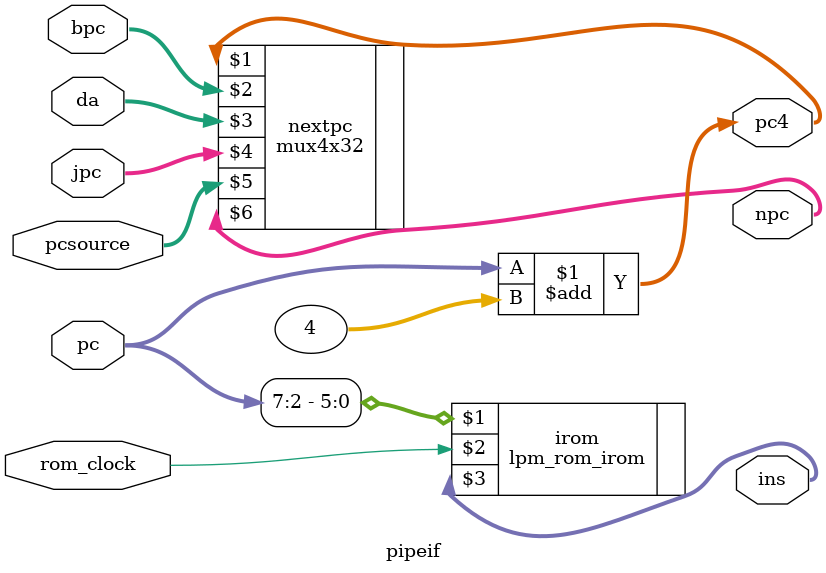
<source format=v>
module pipeif (pcsource, pc, bpc, da, jpc, npc, pc4, ins, rom_clock);

	input	 [ 1:0]	pcsource;
	input				rom_clock;
	input	 [31:0]	pc, bpc, da, jpc;
	output [31:0]	npc, pc4, ins;
	
	assign pc4 = pc + 32'h4;
	
	mux4x32 nextpc (pc4, bpc, da, jpc, pcsource, npc);
	
	lpm_rom_irom irom (pc[7:2], rom_clock, ins);

endmodule

</source>
